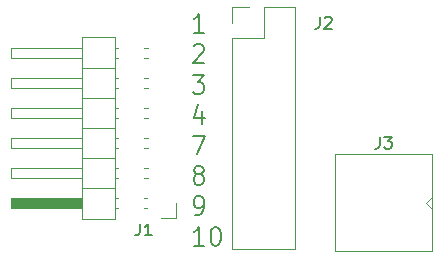
<source format=gto>
G04 #@! TF.GenerationSoftware,KiCad,Pcbnew,9.0.4-9.0.4-0~ubuntu24.04.1*
G04 #@! TF.CreationDate,2025-08-30T18:29:49-07:00*
G04 #@! TF.ProjectId,2025-pmod-sma,32303235-2d70-46d6-9f64-2d736d612e6b,rev?*
G04 #@! TF.SameCoordinates,Original*
G04 #@! TF.FileFunction,Legend,Top*
G04 #@! TF.FilePolarity,Positive*
%FSLAX46Y46*%
G04 Gerber Fmt 4.6, Leading zero omitted, Abs format (unit mm)*
G04 Created by KiCad (PCBNEW 9.0.4-9.0.4-0~ubuntu24.04.1) date 2025-08-30 18:29:49*
%MOMM*%
%LPD*%
G01*
G04 APERTURE LIST*
%ADD10C,0.200000*%
%ADD11C,0.150000*%
%ADD12C,0.120000*%
G04 APERTURE END LIST*
D10*
X118114435Y-113842420D02*
X117257292Y-113842420D01*
X117685863Y-113842420D02*
X117685863Y-112242420D01*
X117685863Y-112242420D02*
X117543006Y-112470991D01*
X117543006Y-112470991D02*
X117400149Y-112623372D01*
X117400149Y-112623372D02*
X117257292Y-112699563D01*
X117257292Y-114970711D02*
X117328720Y-114894520D01*
X117328720Y-114894520D02*
X117471578Y-114818330D01*
X117471578Y-114818330D02*
X117828720Y-114818330D01*
X117828720Y-114818330D02*
X117971578Y-114894520D01*
X117971578Y-114894520D02*
X118043006Y-114970711D01*
X118043006Y-114970711D02*
X118114435Y-115123092D01*
X118114435Y-115123092D02*
X118114435Y-115275473D01*
X118114435Y-115275473D02*
X118043006Y-115504044D01*
X118043006Y-115504044D02*
X117185863Y-116418330D01*
X117185863Y-116418330D02*
X118114435Y-116418330D01*
X117185863Y-117394240D02*
X118114435Y-117394240D01*
X118114435Y-117394240D02*
X117614435Y-118003764D01*
X117614435Y-118003764D02*
X117828720Y-118003764D01*
X117828720Y-118003764D02*
X117971578Y-118079954D01*
X117971578Y-118079954D02*
X118043006Y-118156145D01*
X118043006Y-118156145D02*
X118114435Y-118308526D01*
X118114435Y-118308526D02*
X118114435Y-118689478D01*
X118114435Y-118689478D02*
X118043006Y-118841859D01*
X118043006Y-118841859D02*
X117971578Y-118918050D01*
X117971578Y-118918050D02*
X117828720Y-118994240D01*
X117828720Y-118994240D02*
X117400149Y-118994240D01*
X117400149Y-118994240D02*
X117257292Y-118918050D01*
X117257292Y-118918050D02*
X117185863Y-118841859D01*
X117971578Y-120503483D02*
X117971578Y-121570150D01*
X117614435Y-119893960D02*
X117257292Y-121036817D01*
X117257292Y-121036817D02*
X118185863Y-121036817D01*
X117185863Y-122546060D02*
X118185863Y-122546060D01*
X118185863Y-122546060D02*
X117543006Y-124146060D01*
X117543006Y-125807684D02*
X117400149Y-125731494D01*
X117400149Y-125731494D02*
X117328720Y-125655303D01*
X117328720Y-125655303D02*
X117257292Y-125502922D01*
X117257292Y-125502922D02*
X117257292Y-125426732D01*
X117257292Y-125426732D02*
X117328720Y-125274351D01*
X117328720Y-125274351D02*
X117400149Y-125198160D01*
X117400149Y-125198160D02*
X117543006Y-125121970D01*
X117543006Y-125121970D02*
X117828720Y-125121970D01*
X117828720Y-125121970D02*
X117971578Y-125198160D01*
X117971578Y-125198160D02*
X118043006Y-125274351D01*
X118043006Y-125274351D02*
X118114435Y-125426732D01*
X118114435Y-125426732D02*
X118114435Y-125502922D01*
X118114435Y-125502922D02*
X118043006Y-125655303D01*
X118043006Y-125655303D02*
X117971578Y-125731494D01*
X117971578Y-125731494D02*
X117828720Y-125807684D01*
X117828720Y-125807684D02*
X117543006Y-125807684D01*
X117543006Y-125807684D02*
X117400149Y-125883875D01*
X117400149Y-125883875D02*
X117328720Y-125960065D01*
X117328720Y-125960065D02*
X117257292Y-126112446D01*
X117257292Y-126112446D02*
X117257292Y-126417208D01*
X117257292Y-126417208D02*
X117328720Y-126569589D01*
X117328720Y-126569589D02*
X117400149Y-126645780D01*
X117400149Y-126645780D02*
X117543006Y-126721970D01*
X117543006Y-126721970D02*
X117828720Y-126721970D01*
X117828720Y-126721970D02*
X117971578Y-126645780D01*
X117971578Y-126645780D02*
X118043006Y-126569589D01*
X118043006Y-126569589D02*
X118114435Y-126417208D01*
X118114435Y-126417208D02*
X118114435Y-126112446D01*
X118114435Y-126112446D02*
X118043006Y-125960065D01*
X118043006Y-125960065D02*
X117971578Y-125883875D01*
X117971578Y-125883875D02*
X117828720Y-125807684D01*
X117400149Y-129297880D02*
X117685863Y-129297880D01*
X117685863Y-129297880D02*
X117828720Y-129221690D01*
X117828720Y-129221690D02*
X117900149Y-129145499D01*
X117900149Y-129145499D02*
X118043006Y-128916928D01*
X118043006Y-128916928D02*
X118114435Y-128612166D01*
X118114435Y-128612166D02*
X118114435Y-128002642D01*
X118114435Y-128002642D02*
X118043006Y-127850261D01*
X118043006Y-127850261D02*
X117971578Y-127774070D01*
X117971578Y-127774070D02*
X117828720Y-127697880D01*
X117828720Y-127697880D02*
X117543006Y-127697880D01*
X117543006Y-127697880D02*
X117400149Y-127774070D01*
X117400149Y-127774070D02*
X117328720Y-127850261D01*
X117328720Y-127850261D02*
X117257292Y-128002642D01*
X117257292Y-128002642D02*
X117257292Y-128383594D01*
X117257292Y-128383594D02*
X117328720Y-128535975D01*
X117328720Y-128535975D02*
X117400149Y-128612166D01*
X117400149Y-128612166D02*
X117543006Y-128688356D01*
X117543006Y-128688356D02*
X117828720Y-128688356D01*
X117828720Y-128688356D02*
X117971578Y-128612166D01*
X117971578Y-128612166D02*
X118043006Y-128535975D01*
X118043006Y-128535975D02*
X118114435Y-128383594D01*
X118114435Y-131873790D02*
X117257292Y-131873790D01*
X117685863Y-131873790D02*
X117685863Y-130273790D01*
X117685863Y-130273790D02*
X117543006Y-130502361D01*
X117543006Y-130502361D02*
X117400149Y-130654742D01*
X117400149Y-130654742D02*
X117257292Y-130730933D01*
X119043006Y-130273790D02*
X119185863Y-130273790D01*
X119185863Y-130273790D02*
X119328720Y-130349980D01*
X119328720Y-130349980D02*
X119400149Y-130426171D01*
X119400149Y-130426171D02*
X119471577Y-130578552D01*
X119471577Y-130578552D02*
X119543006Y-130883314D01*
X119543006Y-130883314D02*
X119543006Y-131264266D01*
X119543006Y-131264266D02*
X119471577Y-131569028D01*
X119471577Y-131569028D02*
X119400149Y-131721409D01*
X119400149Y-131721409D02*
X119328720Y-131797600D01*
X119328720Y-131797600D02*
X119185863Y-131873790D01*
X119185863Y-131873790D02*
X119043006Y-131873790D01*
X119043006Y-131873790D02*
X118900149Y-131797600D01*
X118900149Y-131797600D02*
X118828720Y-131721409D01*
X118828720Y-131721409D02*
X118757291Y-131569028D01*
X118757291Y-131569028D02*
X118685863Y-131264266D01*
X118685863Y-131264266D02*
X118685863Y-130883314D01*
X118685863Y-130883314D02*
X118757291Y-130578552D01*
X118757291Y-130578552D02*
X118828720Y-130426171D01*
X118828720Y-130426171D02*
X118900149Y-130349980D01*
X118900149Y-130349980D02*
X119043006Y-130273790D01*
D11*
X112696666Y-129994819D02*
X112696666Y-130709104D01*
X112696666Y-130709104D02*
X112649047Y-130851961D01*
X112649047Y-130851961D02*
X112553809Y-130947200D01*
X112553809Y-130947200D02*
X112410952Y-130994819D01*
X112410952Y-130994819D02*
X112315714Y-130994819D01*
X113696666Y-130994819D02*
X113125238Y-130994819D01*
X113410952Y-130994819D02*
X113410952Y-129994819D01*
X113410952Y-129994819D02*
X113315714Y-130137676D01*
X113315714Y-130137676D02*
X113220476Y-130232914D01*
X113220476Y-130232914D02*
X113125238Y-130280533D01*
X133016666Y-122644819D02*
X133016666Y-123359104D01*
X133016666Y-123359104D02*
X132969047Y-123501961D01*
X132969047Y-123501961D02*
X132873809Y-123597200D01*
X132873809Y-123597200D02*
X132730952Y-123644819D01*
X132730952Y-123644819D02*
X132635714Y-123644819D01*
X133397619Y-122644819D02*
X134016666Y-122644819D01*
X134016666Y-122644819D02*
X133683333Y-123025771D01*
X133683333Y-123025771D02*
X133826190Y-123025771D01*
X133826190Y-123025771D02*
X133921428Y-123073390D01*
X133921428Y-123073390D02*
X133969047Y-123121009D01*
X133969047Y-123121009D02*
X134016666Y-123216247D01*
X134016666Y-123216247D02*
X134016666Y-123454342D01*
X134016666Y-123454342D02*
X133969047Y-123549580D01*
X133969047Y-123549580D02*
X133921428Y-123597200D01*
X133921428Y-123597200D02*
X133826190Y-123644819D01*
X133826190Y-123644819D02*
X133540476Y-123644819D01*
X133540476Y-123644819D02*
X133445238Y-123597200D01*
X133445238Y-123597200D02*
X133397619Y-123549580D01*
X127936666Y-112484819D02*
X127936666Y-113199104D01*
X127936666Y-113199104D02*
X127889047Y-113341961D01*
X127889047Y-113341961D02*
X127793809Y-113437200D01*
X127793809Y-113437200D02*
X127650952Y-113484819D01*
X127650952Y-113484819D02*
X127555714Y-113484819D01*
X128365238Y-112580057D02*
X128412857Y-112532438D01*
X128412857Y-112532438D02*
X128508095Y-112484819D01*
X128508095Y-112484819D02*
X128746190Y-112484819D01*
X128746190Y-112484819D02*
X128841428Y-112532438D01*
X128841428Y-112532438D02*
X128889047Y-112580057D01*
X128889047Y-112580057D02*
X128936666Y-112675295D01*
X128936666Y-112675295D02*
X128936666Y-112770533D01*
X128936666Y-112770533D02*
X128889047Y-112913390D01*
X128889047Y-112913390D02*
X128317619Y-113484819D01*
X128317619Y-113484819D02*
X128936666Y-113484819D01*
D12*
G04 #@! TO.C,J1*
X101812500Y-115140000D02*
X107812500Y-115140000D01*
X101812500Y-116000000D02*
X101812500Y-115140000D01*
X101812500Y-117680000D02*
X107812500Y-117680000D01*
X101812500Y-118540000D02*
X101812500Y-117680000D01*
X101812500Y-120220000D02*
X107812500Y-120220000D01*
X101812500Y-121080000D02*
X101812500Y-120220000D01*
X101812500Y-122760000D02*
X107812500Y-122760000D01*
X101812500Y-123620000D02*
X101812500Y-122760000D01*
X101812500Y-125300000D02*
X107812500Y-125300000D01*
X101812500Y-126160000D02*
X101812500Y-125300000D01*
X107812500Y-114190000D02*
X107812500Y-129650000D01*
X107812500Y-116000000D02*
X101812500Y-116000000D01*
X107812500Y-118540000D02*
X101812500Y-118540000D01*
X107812500Y-121080000D02*
X101812500Y-121080000D01*
X107812500Y-123620000D02*
X101812500Y-123620000D01*
X107812500Y-126160000D02*
X101812500Y-126160000D01*
X107812500Y-129650000D02*
X110572500Y-129650000D01*
X110572500Y-114190000D02*
X107812500Y-114190000D01*
X110572500Y-116840000D02*
X107812500Y-116840000D01*
X110572500Y-119380000D02*
X107812500Y-119380000D01*
X110572500Y-121920000D02*
X107812500Y-121920000D01*
X110572500Y-124460000D02*
X107812500Y-124460000D01*
X110572500Y-127000000D02*
X107812500Y-127000000D01*
X110572500Y-129650000D02*
X110572500Y-114190000D01*
X110885142Y-115140000D02*
X110572500Y-115140000D01*
X110885142Y-116000000D02*
X110572500Y-116000000D01*
X110885142Y-117680000D02*
X110572500Y-117680000D01*
X110885142Y-118540000D02*
X110572500Y-118540000D01*
X110885142Y-120220000D02*
X110572500Y-120220000D01*
X110885142Y-121080000D02*
X110572500Y-121080000D01*
X110885142Y-122760000D02*
X110572500Y-122760000D01*
X110885142Y-123620000D02*
X110572500Y-123620000D01*
X110885142Y-125300000D02*
X110572500Y-125300000D01*
X110885142Y-126160000D02*
X110572500Y-126160000D01*
X110885142Y-127840000D02*
X110572500Y-127840000D01*
X110885142Y-128700000D02*
X110572500Y-128700000D01*
X113342500Y-127840000D02*
X113039858Y-127840000D01*
X113342500Y-128700000D02*
X113039858Y-128700000D01*
X113425142Y-115140000D02*
X113039858Y-115140000D01*
X113425142Y-116000000D02*
X113039858Y-116000000D01*
X113425142Y-117680000D02*
X113039858Y-117680000D01*
X113425142Y-118540000D02*
X113039858Y-118540000D01*
X113425142Y-120220000D02*
X113039858Y-120220000D01*
X113425142Y-121080000D02*
X113039858Y-121080000D01*
X113425142Y-122760000D02*
X113039858Y-122760000D01*
X113425142Y-123620000D02*
X113039858Y-123620000D01*
X113425142Y-125300000D02*
X113039858Y-125300000D01*
X113425142Y-126160000D02*
X113039858Y-126160000D01*
X115772500Y-128270000D02*
X115772500Y-129540000D01*
X115772500Y-129540000D02*
X114502500Y-129540000D01*
X107812500Y-128700000D02*
X101812500Y-128700000D01*
X101812500Y-127840000D01*
X107812500Y-127840000D01*
X107812500Y-128700000D01*
G36*
X107812500Y-128700000D02*
G01*
X101812500Y-128700000D01*
X101812500Y-127840000D01*
X107812500Y-127840000D01*
X107812500Y-128700000D01*
G37*
G04 #@! TO.C,J3*
X129250000Y-132330000D02*
X129250000Y-124130000D01*
X136950000Y-128230000D02*
X137450000Y-128730000D01*
X137450000Y-124130000D02*
X129250000Y-124130000D01*
X137450000Y-127730000D02*
X136950000Y-128230000D01*
X137450000Y-132330000D02*
X129250000Y-132330000D01*
X137450000Y-132330000D02*
X137450000Y-124130000D01*
G04 #@! TO.C,J2*
X120540000Y-111650000D02*
X121920000Y-111650000D01*
X120540000Y-113030000D02*
X120540000Y-111650000D01*
X120540000Y-114300000D02*
X120540000Y-132190000D01*
X120540000Y-114300000D02*
X123190000Y-114300000D01*
X120540000Y-132190000D02*
X125840000Y-132190000D01*
X123190000Y-111650000D02*
X125840000Y-111650000D01*
X123190000Y-114300000D02*
X123190000Y-111650000D01*
X125840000Y-111650000D02*
X125840000Y-132190000D01*
G04 #@! TD*
M02*

</source>
